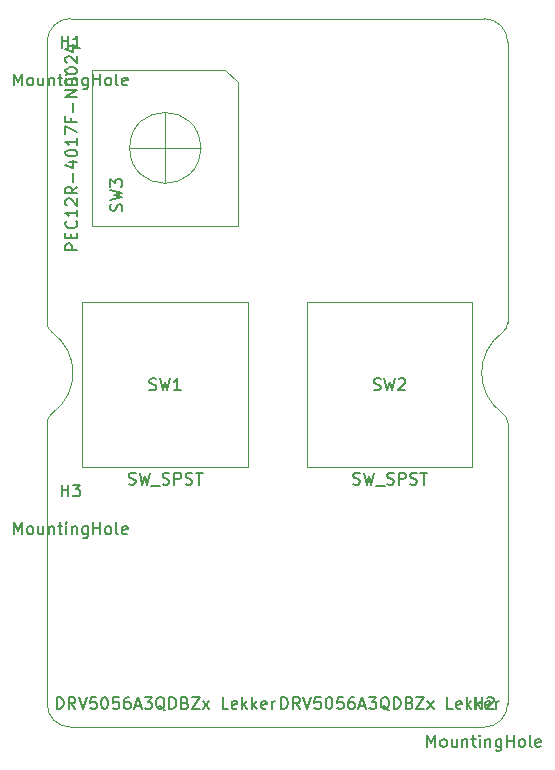
<source format=gbr>
%TF.GenerationSoftware,KiCad,Pcbnew,7.0.1*%
%TF.CreationDate,2023-03-19T03:20:37-04:00*%
%TF.ProjectId,Fluxpad,466c7578-7061-4642-9e6b-696361645f70,rev?*%
%TF.SameCoordinates,Original*%
%TF.FileFunction,AssemblyDrawing,Top*%
%FSLAX46Y46*%
G04 Gerber Fmt 4.6, Leading zero omitted, Abs format (unit mm)*
G04 Created by KiCad (PCBNEW 7.0.1) date 2023-03-19 03:20:37*
%MOMM*%
%LPD*%
G01*
G04 APERTURE LIST*
%ADD10C,0.150000*%
%ADD11C,0.100000*%
%ADD12C,0.120000*%
%TA.AperFunction,Profile*%
%ADD13C,0.100000*%
%TD*%
G04 APERTURE END LIST*
D10*
%TO.C,H3*%
X97714285Y-108662619D02*
X97714285Y-107662619D01*
X97714285Y-107662619D02*
X98047618Y-108376904D01*
X98047618Y-108376904D02*
X98380951Y-107662619D01*
X98380951Y-107662619D02*
X98380951Y-108662619D01*
X98999999Y-108662619D02*
X98904761Y-108615000D01*
X98904761Y-108615000D02*
X98857142Y-108567380D01*
X98857142Y-108567380D02*
X98809523Y-108472142D01*
X98809523Y-108472142D02*
X98809523Y-108186428D01*
X98809523Y-108186428D02*
X98857142Y-108091190D01*
X98857142Y-108091190D02*
X98904761Y-108043571D01*
X98904761Y-108043571D02*
X98999999Y-107995952D01*
X98999999Y-107995952D02*
X99142856Y-107995952D01*
X99142856Y-107995952D02*
X99238094Y-108043571D01*
X99238094Y-108043571D02*
X99285713Y-108091190D01*
X99285713Y-108091190D02*
X99333332Y-108186428D01*
X99333332Y-108186428D02*
X99333332Y-108472142D01*
X99333332Y-108472142D02*
X99285713Y-108567380D01*
X99285713Y-108567380D02*
X99238094Y-108615000D01*
X99238094Y-108615000D02*
X99142856Y-108662619D01*
X99142856Y-108662619D02*
X98999999Y-108662619D01*
X100190475Y-107995952D02*
X100190475Y-108662619D01*
X99761904Y-107995952D02*
X99761904Y-108519761D01*
X99761904Y-108519761D02*
X99809523Y-108615000D01*
X99809523Y-108615000D02*
X99904761Y-108662619D01*
X99904761Y-108662619D02*
X100047618Y-108662619D01*
X100047618Y-108662619D02*
X100142856Y-108615000D01*
X100142856Y-108615000D02*
X100190475Y-108567380D01*
X100666666Y-107995952D02*
X100666666Y-108662619D01*
X100666666Y-108091190D02*
X100714285Y-108043571D01*
X100714285Y-108043571D02*
X100809523Y-107995952D01*
X100809523Y-107995952D02*
X100952380Y-107995952D01*
X100952380Y-107995952D02*
X101047618Y-108043571D01*
X101047618Y-108043571D02*
X101095237Y-108138809D01*
X101095237Y-108138809D02*
X101095237Y-108662619D01*
X101428571Y-107995952D02*
X101809523Y-107995952D01*
X101571428Y-107662619D02*
X101571428Y-108519761D01*
X101571428Y-108519761D02*
X101619047Y-108615000D01*
X101619047Y-108615000D02*
X101714285Y-108662619D01*
X101714285Y-108662619D02*
X101809523Y-108662619D01*
X102142857Y-108662619D02*
X102142857Y-107995952D01*
X102142857Y-107662619D02*
X102095238Y-107710238D01*
X102095238Y-107710238D02*
X102142857Y-107757857D01*
X102142857Y-107757857D02*
X102190476Y-107710238D01*
X102190476Y-107710238D02*
X102142857Y-107662619D01*
X102142857Y-107662619D02*
X102142857Y-107757857D01*
X102619047Y-107995952D02*
X102619047Y-108662619D01*
X102619047Y-108091190D02*
X102666666Y-108043571D01*
X102666666Y-108043571D02*
X102761904Y-107995952D01*
X102761904Y-107995952D02*
X102904761Y-107995952D01*
X102904761Y-107995952D02*
X102999999Y-108043571D01*
X102999999Y-108043571D02*
X103047618Y-108138809D01*
X103047618Y-108138809D02*
X103047618Y-108662619D01*
X103952380Y-107995952D02*
X103952380Y-108805476D01*
X103952380Y-108805476D02*
X103904761Y-108900714D01*
X103904761Y-108900714D02*
X103857142Y-108948333D01*
X103857142Y-108948333D02*
X103761904Y-108995952D01*
X103761904Y-108995952D02*
X103619047Y-108995952D01*
X103619047Y-108995952D02*
X103523809Y-108948333D01*
X103952380Y-108615000D02*
X103857142Y-108662619D01*
X103857142Y-108662619D02*
X103666666Y-108662619D01*
X103666666Y-108662619D02*
X103571428Y-108615000D01*
X103571428Y-108615000D02*
X103523809Y-108567380D01*
X103523809Y-108567380D02*
X103476190Y-108472142D01*
X103476190Y-108472142D02*
X103476190Y-108186428D01*
X103476190Y-108186428D02*
X103523809Y-108091190D01*
X103523809Y-108091190D02*
X103571428Y-108043571D01*
X103571428Y-108043571D02*
X103666666Y-107995952D01*
X103666666Y-107995952D02*
X103857142Y-107995952D01*
X103857142Y-107995952D02*
X103952380Y-108043571D01*
X104428571Y-108662619D02*
X104428571Y-107662619D01*
X104428571Y-108138809D02*
X104999999Y-108138809D01*
X104999999Y-108662619D02*
X104999999Y-107662619D01*
X105619047Y-108662619D02*
X105523809Y-108615000D01*
X105523809Y-108615000D02*
X105476190Y-108567380D01*
X105476190Y-108567380D02*
X105428571Y-108472142D01*
X105428571Y-108472142D02*
X105428571Y-108186428D01*
X105428571Y-108186428D02*
X105476190Y-108091190D01*
X105476190Y-108091190D02*
X105523809Y-108043571D01*
X105523809Y-108043571D02*
X105619047Y-107995952D01*
X105619047Y-107995952D02*
X105761904Y-107995952D01*
X105761904Y-107995952D02*
X105857142Y-108043571D01*
X105857142Y-108043571D02*
X105904761Y-108091190D01*
X105904761Y-108091190D02*
X105952380Y-108186428D01*
X105952380Y-108186428D02*
X105952380Y-108472142D01*
X105952380Y-108472142D02*
X105904761Y-108567380D01*
X105904761Y-108567380D02*
X105857142Y-108615000D01*
X105857142Y-108615000D02*
X105761904Y-108662619D01*
X105761904Y-108662619D02*
X105619047Y-108662619D01*
X106523809Y-108662619D02*
X106428571Y-108615000D01*
X106428571Y-108615000D02*
X106380952Y-108519761D01*
X106380952Y-108519761D02*
X106380952Y-107662619D01*
X107285714Y-108615000D02*
X107190476Y-108662619D01*
X107190476Y-108662619D02*
X107000000Y-108662619D01*
X107000000Y-108662619D02*
X106904762Y-108615000D01*
X106904762Y-108615000D02*
X106857143Y-108519761D01*
X106857143Y-108519761D02*
X106857143Y-108138809D01*
X106857143Y-108138809D02*
X106904762Y-108043571D01*
X106904762Y-108043571D02*
X107000000Y-107995952D01*
X107000000Y-107995952D02*
X107190476Y-107995952D01*
X107190476Y-107995952D02*
X107285714Y-108043571D01*
X107285714Y-108043571D02*
X107333333Y-108138809D01*
X107333333Y-108138809D02*
X107333333Y-108234047D01*
X107333333Y-108234047D02*
X106857143Y-108329285D01*
X101738095Y-105462619D02*
X101738095Y-104462619D01*
X101738095Y-104938809D02*
X102309523Y-104938809D01*
X102309523Y-105462619D02*
X102309523Y-104462619D01*
X102690476Y-104462619D02*
X103309523Y-104462619D01*
X103309523Y-104462619D02*
X102976190Y-104843571D01*
X102976190Y-104843571D02*
X103119047Y-104843571D01*
X103119047Y-104843571D02*
X103214285Y-104891190D01*
X103214285Y-104891190D02*
X103261904Y-104938809D01*
X103261904Y-104938809D02*
X103309523Y-105034047D01*
X103309523Y-105034047D02*
X103309523Y-105272142D01*
X103309523Y-105272142D02*
X103261904Y-105367380D01*
X103261904Y-105367380D02*
X103214285Y-105415000D01*
X103214285Y-105415000D02*
X103119047Y-105462619D01*
X103119047Y-105462619D02*
X102833333Y-105462619D01*
X102833333Y-105462619D02*
X102738095Y-105415000D01*
X102738095Y-105415000D02*
X102690476Y-105367380D01*
%TO.C,H2*%
X132714285Y-126662619D02*
X132714285Y-125662619D01*
X132714285Y-125662619D02*
X133047618Y-126376904D01*
X133047618Y-126376904D02*
X133380951Y-125662619D01*
X133380951Y-125662619D02*
X133380951Y-126662619D01*
X133999999Y-126662619D02*
X133904761Y-126615000D01*
X133904761Y-126615000D02*
X133857142Y-126567380D01*
X133857142Y-126567380D02*
X133809523Y-126472142D01*
X133809523Y-126472142D02*
X133809523Y-126186428D01*
X133809523Y-126186428D02*
X133857142Y-126091190D01*
X133857142Y-126091190D02*
X133904761Y-126043571D01*
X133904761Y-126043571D02*
X133999999Y-125995952D01*
X133999999Y-125995952D02*
X134142856Y-125995952D01*
X134142856Y-125995952D02*
X134238094Y-126043571D01*
X134238094Y-126043571D02*
X134285713Y-126091190D01*
X134285713Y-126091190D02*
X134333332Y-126186428D01*
X134333332Y-126186428D02*
X134333332Y-126472142D01*
X134333332Y-126472142D02*
X134285713Y-126567380D01*
X134285713Y-126567380D02*
X134238094Y-126615000D01*
X134238094Y-126615000D02*
X134142856Y-126662619D01*
X134142856Y-126662619D02*
X133999999Y-126662619D01*
X135190475Y-125995952D02*
X135190475Y-126662619D01*
X134761904Y-125995952D02*
X134761904Y-126519761D01*
X134761904Y-126519761D02*
X134809523Y-126615000D01*
X134809523Y-126615000D02*
X134904761Y-126662619D01*
X134904761Y-126662619D02*
X135047618Y-126662619D01*
X135047618Y-126662619D02*
X135142856Y-126615000D01*
X135142856Y-126615000D02*
X135190475Y-126567380D01*
X135666666Y-125995952D02*
X135666666Y-126662619D01*
X135666666Y-126091190D02*
X135714285Y-126043571D01*
X135714285Y-126043571D02*
X135809523Y-125995952D01*
X135809523Y-125995952D02*
X135952380Y-125995952D01*
X135952380Y-125995952D02*
X136047618Y-126043571D01*
X136047618Y-126043571D02*
X136095237Y-126138809D01*
X136095237Y-126138809D02*
X136095237Y-126662619D01*
X136428571Y-125995952D02*
X136809523Y-125995952D01*
X136571428Y-125662619D02*
X136571428Y-126519761D01*
X136571428Y-126519761D02*
X136619047Y-126615000D01*
X136619047Y-126615000D02*
X136714285Y-126662619D01*
X136714285Y-126662619D02*
X136809523Y-126662619D01*
X137142857Y-126662619D02*
X137142857Y-125995952D01*
X137142857Y-125662619D02*
X137095238Y-125710238D01*
X137095238Y-125710238D02*
X137142857Y-125757857D01*
X137142857Y-125757857D02*
X137190476Y-125710238D01*
X137190476Y-125710238D02*
X137142857Y-125662619D01*
X137142857Y-125662619D02*
X137142857Y-125757857D01*
X137619047Y-125995952D02*
X137619047Y-126662619D01*
X137619047Y-126091190D02*
X137666666Y-126043571D01*
X137666666Y-126043571D02*
X137761904Y-125995952D01*
X137761904Y-125995952D02*
X137904761Y-125995952D01*
X137904761Y-125995952D02*
X137999999Y-126043571D01*
X137999999Y-126043571D02*
X138047618Y-126138809D01*
X138047618Y-126138809D02*
X138047618Y-126662619D01*
X138952380Y-125995952D02*
X138952380Y-126805476D01*
X138952380Y-126805476D02*
X138904761Y-126900714D01*
X138904761Y-126900714D02*
X138857142Y-126948333D01*
X138857142Y-126948333D02*
X138761904Y-126995952D01*
X138761904Y-126995952D02*
X138619047Y-126995952D01*
X138619047Y-126995952D02*
X138523809Y-126948333D01*
X138952380Y-126615000D02*
X138857142Y-126662619D01*
X138857142Y-126662619D02*
X138666666Y-126662619D01*
X138666666Y-126662619D02*
X138571428Y-126615000D01*
X138571428Y-126615000D02*
X138523809Y-126567380D01*
X138523809Y-126567380D02*
X138476190Y-126472142D01*
X138476190Y-126472142D02*
X138476190Y-126186428D01*
X138476190Y-126186428D02*
X138523809Y-126091190D01*
X138523809Y-126091190D02*
X138571428Y-126043571D01*
X138571428Y-126043571D02*
X138666666Y-125995952D01*
X138666666Y-125995952D02*
X138857142Y-125995952D01*
X138857142Y-125995952D02*
X138952380Y-126043571D01*
X139428571Y-126662619D02*
X139428571Y-125662619D01*
X139428571Y-126138809D02*
X139999999Y-126138809D01*
X139999999Y-126662619D02*
X139999999Y-125662619D01*
X140619047Y-126662619D02*
X140523809Y-126615000D01*
X140523809Y-126615000D02*
X140476190Y-126567380D01*
X140476190Y-126567380D02*
X140428571Y-126472142D01*
X140428571Y-126472142D02*
X140428571Y-126186428D01*
X140428571Y-126186428D02*
X140476190Y-126091190D01*
X140476190Y-126091190D02*
X140523809Y-126043571D01*
X140523809Y-126043571D02*
X140619047Y-125995952D01*
X140619047Y-125995952D02*
X140761904Y-125995952D01*
X140761904Y-125995952D02*
X140857142Y-126043571D01*
X140857142Y-126043571D02*
X140904761Y-126091190D01*
X140904761Y-126091190D02*
X140952380Y-126186428D01*
X140952380Y-126186428D02*
X140952380Y-126472142D01*
X140952380Y-126472142D02*
X140904761Y-126567380D01*
X140904761Y-126567380D02*
X140857142Y-126615000D01*
X140857142Y-126615000D02*
X140761904Y-126662619D01*
X140761904Y-126662619D02*
X140619047Y-126662619D01*
X141523809Y-126662619D02*
X141428571Y-126615000D01*
X141428571Y-126615000D02*
X141380952Y-126519761D01*
X141380952Y-126519761D02*
X141380952Y-125662619D01*
X142285714Y-126615000D02*
X142190476Y-126662619D01*
X142190476Y-126662619D02*
X142000000Y-126662619D01*
X142000000Y-126662619D02*
X141904762Y-126615000D01*
X141904762Y-126615000D02*
X141857143Y-126519761D01*
X141857143Y-126519761D02*
X141857143Y-126138809D01*
X141857143Y-126138809D02*
X141904762Y-126043571D01*
X141904762Y-126043571D02*
X142000000Y-125995952D01*
X142000000Y-125995952D02*
X142190476Y-125995952D01*
X142190476Y-125995952D02*
X142285714Y-126043571D01*
X142285714Y-126043571D02*
X142333333Y-126138809D01*
X142333333Y-126138809D02*
X142333333Y-126234047D01*
X142333333Y-126234047D02*
X141857143Y-126329285D01*
X136738095Y-123462619D02*
X136738095Y-122462619D01*
X136738095Y-122938809D02*
X137309523Y-122938809D01*
X137309523Y-123462619D02*
X137309523Y-122462619D01*
X137738095Y-122557857D02*
X137785714Y-122510238D01*
X137785714Y-122510238D02*
X137880952Y-122462619D01*
X137880952Y-122462619D02*
X138119047Y-122462619D01*
X138119047Y-122462619D02*
X138214285Y-122510238D01*
X138214285Y-122510238D02*
X138261904Y-122557857D01*
X138261904Y-122557857D02*
X138309523Y-122653095D01*
X138309523Y-122653095D02*
X138309523Y-122748333D01*
X138309523Y-122748333D02*
X138261904Y-122891190D01*
X138261904Y-122891190D02*
X137690476Y-123462619D01*
X137690476Y-123462619D02*
X138309523Y-123462619D01*
%TO.C,H1*%
X97714285Y-70662619D02*
X97714285Y-69662619D01*
X97714285Y-69662619D02*
X98047618Y-70376904D01*
X98047618Y-70376904D02*
X98380951Y-69662619D01*
X98380951Y-69662619D02*
X98380951Y-70662619D01*
X98999999Y-70662619D02*
X98904761Y-70615000D01*
X98904761Y-70615000D02*
X98857142Y-70567380D01*
X98857142Y-70567380D02*
X98809523Y-70472142D01*
X98809523Y-70472142D02*
X98809523Y-70186428D01*
X98809523Y-70186428D02*
X98857142Y-70091190D01*
X98857142Y-70091190D02*
X98904761Y-70043571D01*
X98904761Y-70043571D02*
X98999999Y-69995952D01*
X98999999Y-69995952D02*
X99142856Y-69995952D01*
X99142856Y-69995952D02*
X99238094Y-70043571D01*
X99238094Y-70043571D02*
X99285713Y-70091190D01*
X99285713Y-70091190D02*
X99333332Y-70186428D01*
X99333332Y-70186428D02*
X99333332Y-70472142D01*
X99333332Y-70472142D02*
X99285713Y-70567380D01*
X99285713Y-70567380D02*
X99238094Y-70615000D01*
X99238094Y-70615000D02*
X99142856Y-70662619D01*
X99142856Y-70662619D02*
X98999999Y-70662619D01*
X100190475Y-69995952D02*
X100190475Y-70662619D01*
X99761904Y-69995952D02*
X99761904Y-70519761D01*
X99761904Y-70519761D02*
X99809523Y-70615000D01*
X99809523Y-70615000D02*
X99904761Y-70662619D01*
X99904761Y-70662619D02*
X100047618Y-70662619D01*
X100047618Y-70662619D02*
X100142856Y-70615000D01*
X100142856Y-70615000D02*
X100190475Y-70567380D01*
X100666666Y-69995952D02*
X100666666Y-70662619D01*
X100666666Y-70091190D02*
X100714285Y-70043571D01*
X100714285Y-70043571D02*
X100809523Y-69995952D01*
X100809523Y-69995952D02*
X100952380Y-69995952D01*
X100952380Y-69995952D02*
X101047618Y-70043571D01*
X101047618Y-70043571D02*
X101095237Y-70138809D01*
X101095237Y-70138809D02*
X101095237Y-70662619D01*
X101428571Y-69995952D02*
X101809523Y-69995952D01*
X101571428Y-69662619D02*
X101571428Y-70519761D01*
X101571428Y-70519761D02*
X101619047Y-70615000D01*
X101619047Y-70615000D02*
X101714285Y-70662619D01*
X101714285Y-70662619D02*
X101809523Y-70662619D01*
X102142857Y-70662619D02*
X102142857Y-69995952D01*
X102142857Y-69662619D02*
X102095238Y-69710238D01*
X102095238Y-69710238D02*
X102142857Y-69757857D01*
X102142857Y-69757857D02*
X102190476Y-69710238D01*
X102190476Y-69710238D02*
X102142857Y-69662619D01*
X102142857Y-69662619D02*
X102142857Y-69757857D01*
X102619047Y-69995952D02*
X102619047Y-70662619D01*
X102619047Y-70091190D02*
X102666666Y-70043571D01*
X102666666Y-70043571D02*
X102761904Y-69995952D01*
X102761904Y-69995952D02*
X102904761Y-69995952D01*
X102904761Y-69995952D02*
X102999999Y-70043571D01*
X102999999Y-70043571D02*
X103047618Y-70138809D01*
X103047618Y-70138809D02*
X103047618Y-70662619D01*
X103952380Y-69995952D02*
X103952380Y-70805476D01*
X103952380Y-70805476D02*
X103904761Y-70900714D01*
X103904761Y-70900714D02*
X103857142Y-70948333D01*
X103857142Y-70948333D02*
X103761904Y-70995952D01*
X103761904Y-70995952D02*
X103619047Y-70995952D01*
X103619047Y-70995952D02*
X103523809Y-70948333D01*
X103952380Y-70615000D02*
X103857142Y-70662619D01*
X103857142Y-70662619D02*
X103666666Y-70662619D01*
X103666666Y-70662619D02*
X103571428Y-70615000D01*
X103571428Y-70615000D02*
X103523809Y-70567380D01*
X103523809Y-70567380D02*
X103476190Y-70472142D01*
X103476190Y-70472142D02*
X103476190Y-70186428D01*
X103476190Y-70186428D02*
X103523809Y-70091190D01*
X103523809Y-70091190D02*
X103571428Y-70043571D01*
X103571428Y-70043571D02*
X103666666Y-69995952D01*
X103666666Y-69995952D02*
X103857142Y-69995952D01*
X103857142Y-69995952D02*
X103952380Y-70043571D01*
X104428571Y-70662619D02*
X104428571Y-69662619D01*
X104428571Y-70138809D02*
X104999999Y-70138809D01*
X104999999Y-70662619D02*
X104999999Y-69662619D01*
X105619047Y-70662619D02*
X105523809Y-70615000D01*
X105523809Y-70615000D02*
X105476190Y-70567380D01*
X105476190Y-70567380D02*
X105428571Y-70472142D01*
X105428571Y-70472142D02*
X105428571Y-70186428D01*
X105428571Y-70186428D02*
X105476190Y-70091190D01*
X105476190Y-70091190D02*
X105523809Y-70043571D01*
X105523809Y-70043571D02*
X105619047Y-69995952D01*
X105619047Y-69995952D02*
X105761904Y-69995952D01*
X105761904Y-69995952D02*
X105857142Y-70043571D01*
X105857142Y-70043571D02*
X105904761Y-70091190D01*
X105904761Y-70091190D02*
X105952380Y-70186428D01*
X105952380Y-70186428D02*
X105952380Y-70472142D01*
X105952380Y-70472142D02*
X105904761Y-70567380D01*
X105904761Y-70567380D02*
X105857142Y-70615000D01*
X105857142Y-70615000D02*
X105761904Y-70662619D01*
X105761904Y-70662619D02*
X105619047Y-70662619D01*
X106523809Y-70662619D02*
X106428571Y-70615000D01*
X106428571Y-70615000D02*
X106380952Y-70519761D01*
X106380952Y-70519761D02*
X106380952Y-69662619D01*
X107285714Y-70615000D02*
X107190476Y-70662619D01*
X107190476Y-70662619D02*
X107000000Y-70662619D01*
X107000000Y-70662619D02*
X106904762Y-70615000D01*
X106904762Y-70615000D02*
X106857143Y-70519761D01*
X106857143Y-70519761D02*
X106857143Y-70138809D01*
X106857143Y-70138809D02*
X106904762Y-70043571D01*
X106904762Y-70043571D02*
X107000000Y-69995952D01*
X107000000Y-69995952D02*
X107190476Y-69995952D01*
X107190476Y-69995952D02*
X107285714Y-70043571D01*
X107285714Y-70043571D02*
X107333333Y-70138809D01*
X107333333Y-70138809D02*
X107333333Y-70234047D01*
X107333333Y-70234047D02*
X106857143Y-70329285D01*
X101738095Y-67462619D02*
X101738095Y-66462619D01*
X101738095Y-66938809D02*
X102309523Y-66938809D01*
X102309523Y-67462619D02*
X102309523Y-66462619D01*
X103309523Y-67462619D02*
X102738095Y-67462619D01*
X103023809Y-67462619D02*
X103023809Y-66462619D01*
X103023809Y-66462619D02*
X102928571Y-66605476D01*
X102928571Y-66605476D02*
X102833333Y-66700714D01*
X102833333Y-66700714D02*
X102738095Y-66748333D01*
%TO.C,U2*%
X101333332Y-123462619D02*
X101333332Y-122462619D01*
X101333332Y-122462619D02*
X101571427Y-122462619D01*
X101571427Y-122462619D02*
X101714284Y-122510238D01*
X101714284Y-122510238D02*
X101809522Y-122605476D01*
X101809522Y-122605476D02*
X101857141Y-122700714D01*
X101857141Y-122700714D02*
X101904760Y-122891190D01*
X101904760Y-122891190D02*
X101904760Y-123034047D01*
X101904760Y-123034047D02*
X101857141Y-123224523D01*
X101857141Y-123224523D02*
X101809522Y-123319761D01*
X101809522Y-123319761D02*
X101714284Y-123415000D01*
X101714284Y-123415000D02*
X101571427Y-123462619D01*
X101571427Y-123462619D02*
X101333332Y-123462619D01*
X102904760Y-123462619D02*
X102571427Y-122986428D01*
X102333332Y-123462619D02*
X102333332Y-122462619D01*
X102333332Y-122462619D02*
X102714284Y-122462619D01*
X102714284Y-122462619D02*
X102809522Y-122510238D01*
X102809522Y-122510238D02*
X102857141Y-122557857D01*
X102857141Y-122557857D02*
X102904760Y-122653095D01*
X102904760Y-122653095D02*
X102904760Y-122795952D01*
X102904760Y-122795952D02*
X102857141Y-122891190D01*
X102857141Y-122891190D02*
X102809522Y-122938809D01*
X102809522Y-122938809D02*
X102714284Y-122986428D01*
X102714284Y-122986428D02*
X102333332Y-122986428D01*
X103190475Y-122462619D02*
X103523808Y-123462619D01*
X103523808Y-123462619D02*
X103857141Y-122462619D01*
X104666665Y-122462619D02*
X104190475Y-122462619D01*
X104190475Y-122462619D02*
X104142856Y-122938809D01*
X104142856Y-122938809D02*
X104190475Y-122891190D01*
X104190475Y-122891190D02*
X104285713Y-122843571D01*
X104285713Y-122843571D02*
X104523808Y-122843571D01*
X104523808Y-122843571D02*
X104619046Y-122891190D01*
X104619046Y-122891190D02*
X104666665Y-122938809D01*
X104666665Y-122938809D02*
X104714284Y-123034047D01*
X104714284Y-123034047D02*
X104714284Y-123272142D01*
X104714284Y-123272142D02*
X104666665Y-123367380D01*
X104666665Y-123367380D02*
X104619046Y-123415000D01*
X104619046Y-123415000D02*
X104523808Y-123462619D01*
X104523808Y-123462619D02*
X104285713Y-123462619D01*
X104285713Y-123462619D02*
X104190475Y-123415000D01*
X104190475Y-123415000D02*
X104142856Y-123367380D01*
X105333332Y-122462619D02*
X105428570Y-122462619D01*
X105428570Y-122462619D02*
X105523808Y-122510238D01*
X105523808Y-122510238D02*
X105571427Y-122557857D01*
X105571427Y-122557857D02*
X105619046Y-122653095D01*
X105619046Y-122653095D02*
X105666665Y-122843571D01*
X105666665Y-122843571D02*
X105666665Y-123081666D01*
X105666665Y-123081666D02*
X105619046Y-123272142D01*
X105619046Y-123272142D02*
X105571427Y-123367380D01*
X105571427Y-123367380D02*
X105523808Y-123415000D01*
X105523808Y-123415000D02*
X105428570Y-123462619D01*
X105428570Y-123462619D02*
X105333332Y-123462619D01*
X105333332Y-123462619D02*
X105238094Y-123415000D01*
X105238094Y-123415000D02*
X105190475Y-123367380D01*
X105190475Y-123367380D02*
X105142856Y-123272142D01*
X105142856Y-123272142D02*
X105095237Y-123081666D01*
X105095237Y-123081666D02*
X105095237Y-122843571D01*
X105095237Y-122843571D02*
X105142856Y-122653095D01*
X105142856Y-122653095D02*
X105190475Y-122557857D01*
X105190475Y-122557857D02*
X105238094Y-122510238D01*
X105238094Y-122510238D02*
X105333332Y-122462619D01*
X106571427Y-122462619D02*
X106095237Y-122462619D01*
X106095237Y-122462619D02*
X106047618Y-122938809D01*
X106047618Y-122938809D02*
X106095237Y-122891190D01*
X106095237Y-122891190D02*
X106190475Y-122843571D01*
X106190475Y-122843571D02*
X106428570Y-122843571D01*
X106428570Y-122843571D02*
X106523808Y-122891190D01*
X106523808Y-122891190D02*
X106571427Y-122938809D01*
X106571427Y-122938809D02*
X106619046Y-123034047D01*
X106619046Y-123034047D02*
X106619046Y-123272142D01*
X106619046Y-123272142D02*
X106571427Y-123367380D01*
X106571427Y-123367380D02*
X106523808Y-123415000D01*
X106523808Y-123415000D02*
X106428570Y-123462619D01*
X106428570Y-123462619D02*
X106190475Y-123462619D01*
X106190475Y-123462619D02*
X106095237Y-123415000D01*
X106095237Y-123415000D02*
X106047618Y-123367380D01*
X107476189Y-122462619D02*
X107285713Y-122462619D01*
X107285713Y-122462619D02*
X107190475Y-122510238D01*
X107190475Y-122510238D02*
X107142856Y-122557857D01*
X107142856Y-122557857D02*
X107047618Y-122700714D01*
X107047618Y-122700714D02*
X106999999Y-122891190D01*
X106999999Y-122891190D02*
X106999999Y-123272142D01*
X106999999Y-123272142D02*
X107047618Y-123367380D01*
X107047618Y-123367380D02*
X107095237Y-123415000D01*
X107095237Y-123415000D02*
X107190475Y-123462619D01*
X107190475Y-123462619D02*
X107380951Y-123462619D01*
X107380951Y-123462619D02*
X107476189Y-123415000D01*
X107476189Y-123415000D02*
X107523808Y-123367380D01*
X107523808Y-123367380D02*
X107571427Y-123272142D01*
X107571427Y-123272142D02*
X107571427Y-123034047D01*
X107571427Y-123034047D02*
X107523808Y-122938809D01*
X107523808Y-122938809D02*
X107476189Y-122891190D01*
X107476189Y-122891190D02*
X107380951Y-122843571D01*
X107380951Y-122843571D02*
X107190475Y-122843571D01*
X107190475Y-122843571D02*
X107095237Y-122891190D01*
X107095237Y-122891190D02*
X107047618Y-122938809D01*
X107047618Y-122938809D02*
X106999999Y-123034047D01*
X107952380Y-123176904D02*
X108428570Y-123176904D01*
X107857142Y-123462619D02*
X108190475Y-122462619D01*
X108190475Y-122462619D02*
X108523808Y-123462619D01*
X108761904Y-122462619D02*
X109380951Y-122462619D01*
X109380951Y-122462619D02*
X109047618Y-122843571D01*
X109047618Y-122843571D02*
X109190475Y-122843571D01*
X109190475Y-122843571D02*
X109285713Y-122891190D01*
X109285713Y-122891190D02*
X109333332Y-122938809D01*
X109333332Y-122938809D02*
X109380951Y-123034047D01*
X109380951Y-123034047D02*
X109380951Y-123272142D01*
X109380951Y-123272142D02*
X109333332Y-123367380D01*
X109333332Y-123367380D02*
X109285713Y-123415000D01*
X109285713Y-123415000D02*
X109190475Y-123462619D01*
X109190475Y-123462619D02*
X108904761Y-123462619D01*
X108904761Y-123462619D02*
X108809523Y-123415000D01*
X108809523Y-123415000D02*
X108761904Y-123367380D01*
X110476189Y-123557857D02*
X110380951Y-123510238D01*
X110380951Y-123510238D02*
X110285713Y-123415000D01*
X110285713Y-123415000D02*
X110142856Y-123272142D01*
X110142856Y-123272142D02*
X110047618Y-123224523D01*
X110047618Y-123224523D02*
X109952380Y-123224523D01*
X109999999Y-123462619D02*
X109904761Y-123415000D01*
X109904761Y-123415000D02*
X109809523Y-123319761D01*
X109809523Y-123319761D02*
X109761904Y-123129285D01*
X109761904Y-123129285D02*
X109761904Y-122795952D01*
X109761904Y-122795952D02*
X109809523Y-122605476D01*
X109809523Y-122605476D02*
X109904761Y-122510238D01*
X109904761Y-122510238D02*
X109999999Y-122462619D01*
X109999999Y-122462619D02*
X110190475Y-122462619D01*
X110190475Y-122462619D02*
X110285713Y-122510238D01*
X110285713Y-122510238D02*
X110380951Y-122605476D01*
X110380951Y-122605476D02*
X110428570Y-122795952D01*
X110428570Y-122795952D02*
X110428570Y-123129285D01*
X110428570Y-123129285D02*
X110380951Y-123319761D01*
X110380951Y-123319761D02*
X110285713Y-123415000D01*
X110285713Y-123415000D02*
X110190475Y-123462619D01*
X110190475Y-123462619D02*
X109999999Y-123462619D01*
X110857142Y-123462619D02*
X110857142Y-122462619D01*
X110857142Y-122462619D02*
X111095237Y-122462619D01*
X111095237Y-122462619D02*
X111238094Y-122510238D01*
X111238094Y-122510238D02*
X111333332Y-122605476D01*
X111333332Y-122605476D02*
X111380951Y-122700714D01*
X111380951Y-122700714D02*
X111428570Y-122891190D01*
X111428570Y-122891190D02*
X111428570Y-123034047D01*
X111428570Y-123034047D02*
X111380951Y-123224523D01*
X111380951Y-123224523D02*
X111333332Y-123319761D01*
X111333332Y-123319761D02*
X111238094Y-123415000D01*
X111238094Y-123415000D02*
X111095237Y-123462619D01*
X111095237Y-123462619D02*
X110857142Y-123462619D01*
X112190475Y-122938809D02*
X112333332Y-122986428D01*
X112333332Y-122986428D02*
X112380951Y-123034047D01*
X112380951Y-123034047D02*
X112428570Y-123129285D01*
X112428570Y-123129285D02*
X112428570Y-123272142D01*
X112428570Y-123272142D02*
X112380951Y-123367380D01*
X112380951Y-123367380D02*
X112333332Y-123415000D01*
X112333332Y-123415000D02*
X112238094Y-123462619D01*
X112238094Y-123462619D02*
X111857142Y-123462619D01*
X111857142Y-123462619D02*
X111857142Y-122462619D01*
X111857142Y-122462619D02*
X112190475Y-122462619D01*
X112190475Y-122462619D02*
X112285713Y-122510238D01*
X112285713Y-122510238D02*
X112333332Y-122557857D01*
X112333332Y-122557857D02*
X112380951Y-122653095D01*
X112380951Y-122653095D02*
X112380951Y-122748333D01*
X112380951Y-122748333D02*
X112333332Y-122843571D01*
X112333332Y-122843571D02*
X112285713Y-122891190D01*
X112285713Y-122891190D02*
X112190475Y-122938809D01*
X112190475Y-122938809D02*
X111857142Y-122938809D01*
X112761904Y-122462619D02*
X113428570Y-122462619D01*
X113428570Y-122462619D02*
X112761904Y-123462619D01*
X112761904Y-123462619D02*
X113428570Y-123462619D01*
X113714285Y-123462619D02*
X114238094Y-122795952D01*
X113714285Y-122795952D02*
X114238094Y-123462619D01*
X115857142Y-123462619D02*
X115380952Y-123462619D01*
X115380952Y-123462619D02*
X115380952Y-122462619D01*
X116571428Y-123415000D02*
X116476190Y-123462619D01*
X116476190Y-123462619D02*
X116285714Y-123462619D01*
X116285714Y-123462619D02*
X116190476Y-123415000D01*
X116190476Y-123415000D02*
X116142857Y-123319761D01*
X116142857Y-123319761D02*
X116142857Y-122938809D01*
X116142857Y-122938809D02*
X116190476Y-122843571D01*
X116190476Y-122843571D02*
X116285714Y-122795952D01*
X116285714Y-122795952D02*
X116476190Y-122795952D01*
X116476190Y-122795952D02*
X116571428Y-122843571D01*
X116571428Y-122843571D02*
X116619047Y-122938809D01*
X116619047Y-122938809D02*
X116619047Y-123034047D01*
X116619047Y-123034047D02*
X116142857Y-123129285D01*
X117047619Y-123462619D02*
X117047619Y-122462619D01*
X117142857Y-123081666D02*
X117428571Y-123462619D01*
X117428571Y-122795952D02*
X117047619Y-123176904D01*
X117857143Y-123462619D02*
X117857143Y-122462619D01*
X117952381Y-123081666D02*
X118238095Y-123462619D01*
X118238095Y-122795952D02*
X117857143Y-123176904D01*
X119047619Y-123415000D02*
X118952381Y-123462619D01*
X118952381Y-123462619D02*
X118761905Y-123462619D01*
X118761905Y-123462619D02*
X118666667Y-123415000D01*
X118666667Y-123415000D02*
X118619048Y-123319761D01*
X118619048Y-123319761D02*
X118619048Y-122938809D01*
X118619048Y-122938809D02*
X118666667Y-122843571D01*
X118666667Y-122843571D02*
X118761905Y-122795952D01*
X118761905Y-122795952D02*
X118952381Y-122795952D01*
X118952381Y-122795952D02*
X119047619Y-122843571D01*
X119047619Y-122843571D02*
X119095238Y-122938809D01*
X119095238Y-122938809D02*
X119095238Y-123034047D01*
X119095238Y-123034047D02*
X118619048Y-123129285D01*
X119523810Y-123462619D02*
X119523810Y-122795952D01*
X119523810Y-122986428D02*
X119571429Y-122891190D01*
X119571429Y-122891190D02*
X119619048Y-122843571D01*
X119619048Y-122843571D02*
X119714286Y-122795952D01*
X119714286Y-122795952D02*
X119809524Y-122795952D01*
%TO.C,U3*%
X120333332Y-123462619D02*
X120333332Y-122462619D01*
X120333332Y-122462619D02*
X120571427Y-122462619D01*
X120571427Y-122462619D02*
X120714284Y-122510238D01*
X120714284Y-122510238D02*
X120809522Y-122605476D01*
X120809522Y-122605476D02*
X120857141Y-122700714D01*
X120857141Y-122700714D02*
X120904760Y-122891190D01*
X120904760Y-122891190D02*
X120904760Y-123034047D01*
X120904760Y-123034047D02*
X120857141Y-123224523D01*
X120857141Y-123224523D02*
X120809522Y-123319761D01*
X120809522Y-123319761D02*
X120714284Y-123415000D01*
X120714284Y-123415000D02*
X120571427Y-123462619D01*
X120571427Y-123462619D02*
X120333332Y-123462619D01*
X121904760Y-123462619D02*
X121571427Y-122986428D01*
X121333332Y-123462619D02*
X121333332Y-122462619D01*
X121333332Y-122462619D02*
X121714284Y-122462619D01*
X121714284Y-122462619D02*
X121809522Y-122510238D01*
X121809522Y-122510238D02*
X121857141Y-122557857D01*
X121857141Y-122557857D02*
X121904760Y-122653095D01*
X121904760Y-122653095D02*
X121904760Y-122795952D01*
X121904760Y-122795952D02*
X121857141Y-122891190D01*
X121857141Y-122891190D02*
X121809522Y-122938809D01*
X121809522Y-122938809D02*
X121714284Y-122986428D01*
X121714284Y-122986428D02*
X121333332Y-122986428D01*
X122190475Y-122462619D02*
X122523808Y-123462619D01*
X122523808Y-123462619D02*
X122857141Y-122462619D01*
X123666665Y-122462619D02*
X123190475Y-122462619D01*
X123190475Y-122462619D02*
X123142856Y-122938809D01*
X123142856Y-122938809D02*
X123190475Y-122891190D01*
X123190475Y-122891190D02*
X123285713Y-122843571D01*
X123285713Y-122843571D02*
X123523808Y-122843571D01*
X123523808Y-122843571D02*
X123619046Y-122891190D01*
X123619046Y-122891190D02*
X123666665Y-122938809D01*
X123666665Y-122938809D02*
X123714284Y-123034047D01*
X123714284Y-123034047D02*
X123714284Y-123272142D01*
X123714284Y-123272142D02*
X123666665Y-123367380D01*
X123666665Y-123367380D02*
X123619046Y-123415000D01*
X123619046Y-123415000D02*
X123523808Y-123462619D01*
X123523808Y-123462619D02*
X123285713Y-123462619D01*
X123285713Y-123462619D02*
X123190475Y-123415000D01*
X123190475Y-123415000D02*
X123142856Y-123367380D01*
X124333332Y-122462619D02*
X124428570Y-122462619D01*
X124428570Y-122462619D02*
X124523808Y-122510238D01*
X124523808Y-122510238D02*
X124571427Y-122557857D01*
X124571427Y-122557857D02*
X124619046Y-122653095D01*
X124619046Y-122653095D02*
X124666665Y-122843571D01*
X124666665Y-122843571D02*
X124666665Y-123081666D01*
X124666665Y-123081666D02*
X124619046Y-123272142D01*
X124619046Y-123272142D02*
X124571427Y-123367380D01*
X124571427Y-123367380D02*
X124523808Y-123415000D01*
X124523808Y-123415000D02*
X124428570Y-123462619D01*
X124428570Y-123462619D02*
X124333332Y-123462619D01*
X124333332Y-123462619D02*
X124238094Y-123415000D01*
X124238094Y-123415000D02*
X124190475Y-123367380D01*
X124190475Y-123367380D02*
X124142856Y-123272142D01*
X124142856Y-123272142D02*
X124095237Y-123081666D01*
X124095237Y-123081666D02*
X124095237Y-122843571D01*
X124095237Y-122843571D02*
X124142856Y-122653095D01*
X124142856Y-122653095D02*
X124190475Y-122557857D01*
X124190475Y-122557857D02*
X124238094Y-122510238D01*
X124238094Y-122510238D02*
X124333332Y-122462619D01*
X125571427Y-122462619D02*
X125095237Y-122462619D01*
X125095237Y-122462619D02*
X125047618Y-122938809D01*
X125047618Y-122938809D02*
X125095237Y-122891190D01*
X125095237Y-122891190D02*
X125190475Y-122843571D01*
X125190475Y-122843571D02*
X125428570Y-122843571D01*
X125428570Y-122843571D02*
X125523808Y-122891190D01*
X125523808Y-122891190D02*
X125571427Y-122938809D01*
X125571427Y-122938809D02*
X125619046Y-123034047D01*
X125619046Y-123034047D02*
X125619046Y-123272142D01*
X125619046Y-123272142D02*
X125571427Y-123367380D01*
X125571427Y-123367380D02*
X125523808Y-123415000D01*
X125523808Y-123415000D02*
X125428570Y-123462619D01*
X125428570Y-123462619D02*
X125190475Y-123462619D01*
X125190475Y-123462619D02*
X125095237Y-123415000D01*
X125095237Y-123415000D02*
X125047618Y-123367380D01*
X126476189Y-122462619D02*
X126285713Y-122462619D01*
X126285713Y-122462619D02*
X126190475Y-122510238D01*
X126190475Y-122510238D02*
X126142856Y-122557857D01*
X126142856Y-122557857D02*
X126047618Y-122700714D01*
X126047618Y-122700714D02*
X125999999Y-122891190D01*
X125999999Y-122891190D02*
X125999999Y-123272142D01*
X125999999Y-123272142D02*
X126047618Y-123367380D01*
X126047618Y-123367380D02*
X126095237Y-123415000D01*
X126095237Y-123415000D02*
X126190475Y-123462619D01*
X126190475Y-123462619D02*
X126380951Y-123462619D01*
X126380951Y-123462619D02*
X126476189Y-123415000D01*
X126476189Y-123415000D02*
X126523808Y-123367380D01*
X126523808Y-123367380D02*
X126571427Y-123272142D01*
X126571427Y-123272142D02*
X126571427Y-123034047D01*
X126571427Y-123034047D02*
X126523808Y-122938809D01*
X126523808Y-122938809D02*
X126476189Y-122891190D01*
X126476189Y-122891190D02*
X126380951Y-122843571D01*
X126380951Y-122843571D02*
X126190475Y-122843571D01*
X126190475Y-122843571D02*
X126095237Y-122891190D01*
X126095237Y-122891190D02*
X126047618Y-122938809D01*
X126047618Y-122938809D02*
X125999999Y-123034047D01*
X126952380Y-123176904D02*
X127428570Y-123176904D01*
X126857142Y-123462619D02*
X127190475Y-122462619D01*
X127190475Y-122462619D02*
X127523808Y-123462619D01*
X127761904Y-122462619D02*
X128380951Y-122462619D01*
X128380951Y-122462619D02*
X128047618Y-122843571D01*
X128047618Y-122843571D02*
X128190475Y-122843571D01*
X128190475Y-122843571D02*
X128285713Y-122891190D01*
X128285713Y-122891190D02*
X128333332Y-122938809D01*
X128333332Y-122938809D02*
X128380951Y-123034047D01*
X128380951Y-123034047D02*
X128380951Y-123272142D01*
X128380951Y-123272142D02*
X128333332Y-123367380D01*
X128333332Y-123367380D02*
X128285713Y-123415000D01*
X128285713Y-123415000D02*
X128190475Y-123462619D01*
X128190475Y-123462619D02*
X127904761Y-123462619D01*
X127904761Y-123462619D02*
X127809523Y-123415000D01*
X127809523Y-123415000D02*
X127761904Y-123367380D01*
X129476189Y-123557857D02*
X129380951Y-123510238D01*
X129380951Y-123510238D02*
X129285713Y-123415000D01*
X129285713Y-123415000D02*
X129142856Y-123272142D01*
X129142856Y-123272142D02*
X129047618Y-123224523D01*
X129047618Y-123224523D02*
X128952380Y-123224523D01*
X128999999Y-123462619D02*
X128904761Y-123415000D01*
X128904761Y-123415000D02*
X128809523Y-123319761D01*
X128809523Y-123319761D02*
X128761904Y-123129285D01*
X128761904Y-123129285D02*
X128761904Y-122795952D01*
X128761904Y-122795952D02*
X128809523Y-122605476D01*
X128809523Y-122605476D02*
X128904761Y-122510238D01*
X128904761Y-122510238D02*
X128999999Y-122462619D01*
X128999999Y-122462619D02*
X129190475Y-122462619D01*
X129190475Y-122462619D02*
X129285713Y-122510238D01*
X129285713Y-122510238D02*
X129380951Y-122605476D01*
X129380951Y-122605476D02*
X129428570Y-122795952D01*
X129428570Y-122795952D02*
X129428570Y-123129285D01*
X129428570Y-123129285D02*
X129380951Y-123319761D01*
X129380951Y-123319761D02*
X129285713Y-123415000D01*
X129285713Y-123415000D02*
X129190475Y-123462619D01*
X129190475Y-123462619D02*
X128999999Y-123462619D01*
X129857142Y-123462619D02*
X129857142Y-122462619D01*
X129857142Y-122462619D02*
X130095237Y-122462619D01*
X130095237Y-122462619D02*
X130238094Y-122510238D01*
X130238094Y-122510238D02*
X130333332Y-122605476D01*
X130333332Y-122605476D02*
X130380951Y-122700714D01*
X130380951Y-122700714D02*
X130428570Y-122891190D01*
X130428570Y-122891190D02*
X130428570Y-123034047D01*
X130428570Y-123034047D02*
X130380951Y-123224523D01*
X130380951Y-123224523D02*
X130333332Y-123319761D01*
X130333332Y-123319761D02*
X130238094Y-123415000D01*
X130238094Y-123415000D02*
X130095237Y-123462619D01*
X130095237Y-123462619D02*
X129857142Y-123462619D01*
X131190475Y-122938809D02*
X131333332Y-122986428D01*
X131333332Y-122986428D02*
X131380951Y-123034047D01*
X131380951Y-123034047D02*
X131428570Y-123129285D01*
X131428570Y-123129285D02*
X131428570Y-123272142D01*
X131428570Y-123272142D02*
X131380951Y-123367380D01*
X131380951Y-123367380D02*
X131333332Y-123415000D01*
X131333332Y-123415000D02*
X131238094Y-123462619D01*
X131238094Y-123462619D02*
X130857142Y-123462619D01*
X130857142Y-123462619D02*
X130857142Y-122462619D01*
X130857142Y-122462619D02*
X131190475Y-122462619D01*
X131190475Y-122462619D02*
X131285713Y-122510238D01*
X131285713Y-122510238D02*
X131333332Y-122557857D01*
X131333332Y-122557857D02*
X131380951Y-122653095D01*
X131380951Y-122653095D02*
X131380951Y-122748333D01*
X131380951Y-122748333D02*
X131333332Y-122843571D01*
X131333332Y-122843571D02*
X131285713Y-122891190D01*
X131285713Y-122891190D02*
X131190475Y-122938809D01*
X131190475Y-122938809D02*
X130857142Y-122938809D01*
X131761904Y-122462619D02*
X132428570Y-122462619D01*
X132428570Y-122462619D02*
X131761904Y-123462619D01*
X131761904Y-123462619D02*
X132428570Y-123462619D01*
X132714285Y-123462619D02*
X133238094Y-122795952D01*
X132714285Y-122795952D02*
X133238094Y-123462619D01*
X134857142Y-123462619D02*
X134380952Y-123462619D01*
X134380952Y-123462619D02*
X134380952Y-122462619D01*
X135571428Y-123415000D02*
X135476190Y-123462619D01*
X135476190Y-123462619D02*
X135285714Y-123462619D01*
X135285714Y-123462619D02*
X135190476Y-123415000D01*
X135190476Y-123415000D02*
X135142857Y-123319761D01*
X135142857Y-123319761D02*
X135142857Y-122938809D01*
X135142857Y-122938809D02*
X135190476Y-122843571D01*
X135190476Y-122843571D02*
X135285714Y-122795952D01*
X135285714Y-122795952D02*
X135476190Y-122795952D01*
X135476190Y-122795952D02*
X135571428Y-122843571D01*
X135571428Y-122843571D02*
X135619047Y-122938809D01*
X135619047Y-122938809D02*
X135619047Y-123034047D01*
X135619047Y-123034047D02*
X135142857Y-123129285D01*
X136047619Y-123462619D02*
X136047619Y-122462619D01*
X136142857Y-123081666D02*
X136428571Y-123462619D01*
X136428571Y-122795952D02*
X136047619Y-123176904D01*
X136857143Y-123462619D02*
X136857143Y-122462619D01*
X136952381Y-123081666D02*
X137238095Y-123462619D01*
X137238095Y-122795952D02*
X136857143Y-123176904D01*
X138047619Y-123415000D02*
X137952381Y-123462619D01*
X137952381Y-123462619D02*
X137761905Y-123462619D01*
X137761905Y-123462619D02*
X137666667Y-123415000D01*
X137666667Y-123415000D02*
X137619048Y-123319761D01*
X137619048Y-123319761D02*
X137619048Y-122938809D01*
X137619048Y-122938809D02*
X137666667Y-122843571D01*
X137666667Y-122843571D02*
X137761905Y-122795952D01*
X137761905Y-122795952D02*
X137952381Y-122795952D01*
X137952381Y-122795952D02*
X138047619Y-122843571D01*
X138047619Y-122843571D02*
X138095238Y-122938809D01*
X138095238Y-122938809D02*
X138095238Y-123034047D01*
X138095238Y-123034047D02*
X137619048Y-123129285D01*
X138523810Y-123462619D02*
X138523810Y-122795952D01*
X138523810Y-122986428D02*
X138571429Y-122891190D01*
X138571429Y-122891190D02*
X138619048Y-122843571D01*
X138619048Y-122843571D02*
X138714286Y-122795952D01*
X138714286Y-122795952D02*
X138809524Y-122795952D01*
%TO.C,SW2*%
X126428571Y-104415000D02*
X126571428Y-104462619D01*
X126571428Y-104462619D02*
X126809523Y-104462619D01*
X126809523Y-104462619D02*
X126904761Y-104415000D01*
X126904761Y-104415000D02*
X126952380Y-104367380D01*
X126952380Y-104367380D02*
X126999999Y-104272142D01*
X126999999Y-104272142D02*
X126999999Y-104176904D01*
X126999999Y-104176904D02*
X126952380Y-104081666D01*
X126952380Y-104081666D02*
X126904761Y-104034047D01*
X126904761Y-104034047D02*
X126809523Y-103986428D01*
X126809523Y-103986428D02*
X126619047Y-103938809D01*
X126619047Y-103938809D02*
X126523809Y-103891190D01*
X126523809Y-103891190D02*
X126476190Y-103843571D01*
X126476190Y-103843571D02*
X126428571Y-103748333D01*
X126428571Y-103748333D02*
X126428571Y-103653095D01*
X126428571Y-103653095D02*
X126476190Y-103557857D01*
X126476190Y-103557857D02*
X126523809Y-103510238D01*
X126523809Y-103510238D02*
X126619047Y-103462619D01*
X126619047Y-103462619D02*
X126857142Y-103462619D01*
X126857142Y-103462619D02*
X126999999Y-103510238D01*
X127333333Y-103462619D02*
X127571428Y-104462619D01*
X127571428Y-104462619D02*
X127761904Y-103748333D01*
X127761904Y-103748333D02*
X127952380Y-104462619D01*
X127952380Y-104462619D02*
X128190476Y-103462619D01*
X128333333Y-104557857D02*
X129095237Y-104557857D01*
X129285714Y-104415000D02*
X129428571Y-104462619D01*
X129428571Y-104462619D02*
X129666666Y-104462619D01*
X129666666Y-104462619D02*
X129761904Y-104415000D01*
X129761904Y-104415000D02*
X129809523Y-104367380D01*
X129809523Y-104367380D02*
X129857142Y-104272142D01*
X129857142Y-104272142D02*
X129857142Y-104176904D01*
X129857142Y-104176904D02*
X129809523Y-104081666D01*
X129809523Y-104081666D02*
X129761904Y-104034047D01*
X129761904Y-104034047D02*
X129666666Y-103986428D01*
X129666666Y-103986428D02*
X129476190Y-103938809D01*
X129476190Y-103938809D02*
X129380952Y-103891190D01*
X129380952Y-103891190D02*
X129333333Y-103843571D01*
X129333333Y-103843571D02*
X129285714Y-103748333D01*
X129285714Y-103748333D02*
X129285714Y-103653095D01*
X129285714Y-103653095D02*
X129333333Y-103557857D01*
X129333333Y-103557857D02*
X129380952Y-103510238D01*
X129380952Y-103510238D02*
X129476190Y-103462619D01*
X129476190Y-103462619D02*
X129714285Y-103462619D01*
X129714285Y-103462619D02*
X129857142Y-103510238D01*
X130285714Y-104462619D02*
X130285714Y-103462619D01*
X130285714Y-103462619D02*
X130666666Y-103462619D01*
X130666666Y-103462619D02*
X130761904Y-103510238D01*
X130761904Y-103510238D02*
X130809523Y-103557857D01*
X130809523Y-103557857D02*
X130857142Y-103653095D01*
X130857142Y-103653095D02*
X130857142Y-103795952D01*
X130857142Y-103795952D02*
X130809523Y-103891190D01*
X130809523Y-103891190D02*
X130761904Y-103938809D01*
X130761904Y-103938809D02*
X130666666Y-103986428D01*
X130666666Y-103986428D02*
X130285714Y-103986428D01*
X131238095Y-104415000D02*
X131380952Y-104462619D01*
X131380952Y-104462619D02*
X131619047Y-104462619D01*
X131619047Y-104462619D02*
X131714285Y-104415000D01*
X131714285Y-104415000D02*
X131761904Y-104367380D01*
X131761904Y-104367380D02*
X131809523Y-104272142D01*
X131809523Y-104272142D02*
X131809523Y-104176904D01*
X131809523Y-104176904D02*
X131761904Y-104081666D01*
X131761904Y-104081666D02*
X131714285Y-104034047D01*
X131714285Y-104034047D02*
X131619047Y-103986428D01*
X131619047Y-103986428D02*
X131428571Y-103938809D01*
X131428571Y-103938809D02*
X131333333Y-103891190D01*
X131333333Y-103891190D02*
X131285714Y-103843571D01*
X131285714Y-103843571D02*
X131238095Y-103748333D01*
X131238095Y-103748333D02*
X131238095Y-103653095D01*
X131238095Y-103653095D02*
X131285714Y-103557857D01*
X131285714Y-103557857D02*
X131333333Y-103510238D01*
X131333333Y-103510238D02*
X131428571Y-103462619D01*
X131428571Y-103462619D02*
X131666666Y-103462619D01*
X131666666Y-103462619D02*
X131809523Y-103510238D01*
X132095238Y-103462619D02*
X132666666Y-103462619D01*
X132380952Y-104462619D02*
X132380952Y-103462619D01*
X128166667Y-96415000D02*
X128309524Y-96462619D01*
X128309524Y-96462619D02*
X128547619Y-96462619D01*
X128547619Y-96462619D02*
X128642857Y-96415000D01*
X128642857Y-96415000D02*
X128690476Y-96367380D01*
X128690476Y-96367380D02*
X128738095Y-96272142D01*
X128738095Y-96272142D02*
X128738095Y-96176904D01*
X128738095Y-96176904D02*
X128690476Y-96081666D01*
X128690476Y-96081666D02*
X128642857Y-96034047D01*
X128642857Y-96034047D02*
X128547619Y-95986428D01*
X128547619Y-95986428D02*
X128357143Y-95938809D01*
X128357143Y-95938809D02*
X128261905Y-95891190D01*
X128261905Y-95891190D02*
X128214286Y-95843571D01*
X128214286Y-95843571D02*
X128166667Y-95748333D01*
X128166667Y-95748333D02*
X128166667Y-95653095D01*
X128166667Y-95653095D02*
X128214286Y-95557857D01*
X128214286Y-95557857D02*
X128261905Y-95510238D01*
X128261905Y-95510238D02*
X128357143Y-95462619D01*
X128357143Y-95462619D02*
X128595238Y-95462619D01*
X128595238Y-95462619D02*
X128738095Y-95510238D01*
X129071429Y-95462619D02*
X129309524Y-96462619D01*
X129309524Y-96462619D02*
X129500000Y-95748333D01*
X129500000Y-95748333D02*
X129690476Y-96462619D01*
X129690476Y-96462619D02*
X129928572Y-95462619D01*
X130261905Y-95557857D02*
X130309524Y-95510238D01*
X130309524Y-95510238D02*
X130404762Y-95462619D01*
X130404762Y-95462619D02*
X130642857Y-95462619D01*
X130642857Y-95462619D02*
X130738095Y-95510238D01*
X130738095Y-95510238D02*
X130785714Y-95557857D01*
X130785714Y-95557857D02*
X130833333Y-95653095D01*
X130833333Y-95653095D02*
X130833333Y-95748333D01*
X130833333Y-95748333D02*
X130785714Y-95891190D01*
X130785714Y-95891190D02*
X130214286Y-96462619D01*
X130214286Y-96462619D02*
X130833333Y-96462619D01*
%TO.C,SW1*%
X107428571Y-104415000D02*
X107571428Y-104462619D01*
X107571428Y-104462619D02*
X107809523Y-104462619D01*
X107809523Y-104462619D02*
X107904761Y-104415000D01*
X107904761Y-104415000D02*
X107952380Y-104367380D01*
X107952380Y-104367380D02*
X107999999Y-104272142D01*
X107999999Y-104272142D02*
X107999999Y-104176904D01*
X107999999Y-104176904D02*
X107952380Y-104081666D01*
X107952380Y-104081666D02*
X107904761Y-104034047D01*
X107904761Y-104034047D02*
X107809523Y-103986428D01*
X107809523Y-103986428D02*
X107619047Y-103938809D01*
X107619047Y-103938809D02*
X107523809Y-103891190D01*
X107523809Y-103891190D02*
X107476190Y-103843571D01*
X107476190Y-103843571D02*
X107428571Y-103748333D01*
X107428571Y-103748333D02*
X107428571Y-103653095D01*
X107428571Y-103653095D02*
X107476190Y-103557857D01*
X107476190Y-103557857D02*
X107523809Y-103510238D01*
X107523809Y-103510238D02*
X107619047Y-103462619D01*
X107619047Y-103462619D02*
X107857142Y-103462619D01*
X107857142Y-103462619D02*
X107999999Y-103510238D01*
X108333333Y-103462619D02*
X108571428Y-104462619D01*
X108571428Y-104462619D02*
X108761904Y-103748333D01*
X108761904Y-103748333D02*
X108952380Y-104462619D01*
X108952380Y-104462619D02*
X109190476Y-103462619D01*
X109333333Y-104557857D02*
X110095237Y-104557857D01*
X110285714Y-104415000D02*
X110428571Y-104462619D01*
X110428571Y-104462619D02*
X110666666Y-104462619D01*
X110666666Y-104462619D02*
X110761904Y-104415000D01*
X110761904Y-104415000D02*
X110809523Y-104367380D01*
X110809523Y-104367380D02*
X110857142Y-104272142D01*
X110857142Y-104272142D02*
X110857142Y-104176904D01*
X110857142Y-104176904D02*
X110809523Y-104081666D01*
X110809523Y-104081666D02*
X110761904Y-104034047D01*
X110761904Y-104034047D02*
X110666666Y-103986428D01*
X110666666Y-103986428D02*
X110476190Y-103938809D01*
X110476190Y-103938809D02*
X110380952Y-103891190D01*
X110380952Y-103891190D02*
X110333333Y-103843571D01*
X110333333Y-103843571D02*
X110285714Y-103748333D01*
X110285714Y-103748333D02*
X110285714Y-103653095D01*
X110285714Y-103653095D02*
X110333333Y-103557857D01*
X110333333Y-103557857D02*
X110380952Y-103510238D01*
X110380952Y-103510238D02*
X110476190Y-103462619D01*
X110476190Y-103462619D02*
X110714285Y-103462619D01*
X110714285Y-103462619D02*
X110857142Y-103510238D01*
X111285714Y-104462619D02*
X111285714Y-103462619D01*
X111285714Y-103462619D02*
X111666666Y-103462619D01*
X111666666Y-103462619D02*
X111761904Y-103510238D01*
X111761904Y-103510238D02*
X111809523Y-103557857D01*
X111809523Y-103557857D02*
X111857142Y-103653095D01*
X111857142Y-103653095D02*
X111857142Y-103795952D01*
X111857142Y-103795952D02*
X111809523Y-103891190D01*
X111809523Y-103891190D02*
X111761904Y-103938809D01*
X111761904Y-103938809D02*
X111666666Y-103986428D01*
X111666666Y-103986428D02*
X111285714Y-103986428D01*
X112238095Y-104415000D02*
X112380952Y-104462619D01*
X112380952Y-104462619D02*
X112619047Y-104462619D01*
X112619047Y-104462619D02*
X112714285Y-104415000D01*
X112714285Y-104415000D02*
X112761904Y-104367380D01*
X112761904Y-104367380D02*
X112809523Y-104272142D01*
X112809523Y-104272142D02*
X112809523Y-104176904D01*
X112809523Y-104176904D02*
X112761904Y-104081666D01*
X112761904Y-104081666D02*
X112714285Y-104034047D01*
X112714285Y-104034047D02*
X112619047Y-103986428D01*
X112619047Y-103986428D02*
X112428571Y-103938809D01*
X112428571Y-103938809D02*
X112333333Y-103891190D01*
X112333333Y-103891190D02*
X112285714Y-103843571D01*
X112285714Y-103843571D02*
X112238095Y-103748333D01*
X112238095Y-103748333D02*
X112238095Y-103653095D01*
X112238095Y-103653095D02*
X112285714Y-103557857D01*
X112285714Y-103557857D02*
X112333333Y-103510238D01*
X112333333Y-103510238D02*
X112428571Y-103462619D01*
X112428571Y-103462619D02*
X112666666Y-103462619D01*
X112666666Y-103462619D02*
X112809523Y-103510238D01*
X113095238Y-103462619D02*
X113666666Y-103462619D01*
X113380952Y-104462619D02*
X113380952Y-103462619D01*
X109166667Y-96415000D02*
X109309524Y-96462619D01*
X109309524Y-96462619D02*
X109547619Y-96462619D01*
X109547619Y-96462619D02*
X109642857Y-96415000D01*
X109642857Y-96415000D02*
X109690476Y-96367380D01*
X109690476Y-96367380D02*
X109738095Y-96272142D01*
X109738095Y-96272142D02*
X109738095Y-96176904D01*
X109738095Y-96176904D02*
X109690476Y-96081666D01*
X109690476Y-96081666D02*
X109642857Y-96034047D01*
X109642857Y-96034047D02*
X109547619Y-95986428D01*
X109547619Y-95986428D02*
X109357143Y-95938809D01*
X109357143Y-95938809D02*
X109261905Y-95891190D01*
X109261905Y-95891190D02*
X109214286Y-95843571D01*
X109214286Y-95843571D02*
X109166667Y-95748333D01*
X109166667Y-95748333D02*
X109166667Y-95653095D01*
X109166667Y-95653095D02*
X109214286Y-95557857D01*
X109214286Y-95557857D02*
X109261905Y-95510238D01*
X109261905Y-95510238D02*
X109357143Y-95462619D01*
X109357143Y-95462619D02*
X109595238Y-95462619D01*
X109595238Y-95462619D02*
X109738095Y-95510238D01*
X110071429Y-95462619D02*
X110309524Y-96462619D01*
X110309524Y-96462619D02*
X110500000Y-95748333D01*
X110500000Y-95748333D02*
X110690476Y-96462619D01*
X110690476Y-96462619D02*
X110928572Y-95462619D01*
X111833333Y-96462619D02*
X111261905Y-96462619D01*
X111547619Y-96462619D02*
X111547619Y-95462619D01*
X111547619Y-95462619D02*
X111452381Y-95605476D01*
X111452381Y-95605476D02*
X111357143Y-95700714D01*
X111357143Y-95700714D02*
X111261905Y-95748333D01*
%TO.C,SW3*%
X103062619Y-84616666D02*
X102062619Y-84616666D01*
X102062619Y-84616666D02*
X102062619Y-84235714D01*
X102062619Y-84235714D02*
X102110238Y-84140476D01*
X102110238Y-84140476D02*
X102157857Y-84092857D01*
X102157857Y-84092857D02*
X102253095Y-84045238D01*
X102253095Y-84045238D02*
X102395952Y-84045238D01*
X102395952Y-84045238D02*
X102491190Y-84092857D01*
X102491190Y-84092857D02*
X102538809Y-84140476D01*
X102538809Y-84140476D02*
X102586428Y-84235714D01*
X102586428Y-84235714D02*
X102586428Y-84616666D01*
X102538809Y-83616666D02*
X102538809Y-83283333D01*
X103062619Y-83140476D02*
X103062619Y-83616666D01*
X103062619Y-83616666D02*
X102062619Y-83616666D01*
X102062619Y-83616666D02*
X102062619Y-83140476D01*
X102967380Y-82140476D02*
X103015000Y-82188095D01*
X103015000Y-82188095D02*
X103062619Y-82330952D01*
X103062619Y-82330952D02*
X103062619Y-82426190D01*
X103062619Y-82426190D02*
X103015000Y-82569047D01*
X103015000Y-82569047D02*
X102919761Y-82664285D01*
X102919761Y-82664285D02*
X102824523Y-82711904D01*
X102824523Y-82711904D02*
X102634047Y-82759523D01*
X102634047Y-82759523D02*
X102491190Y-82759523D01*
X102491190Y-82759523D02*
X102300714Y-82711904D01*
X102300714Y-82711904D02*
X102205476Y-82664285D01*
X102205476Y-82664285D02*
X102110238Y-82569047D01*
X102110238Y-82569047D02*
X102062619Y-82426190D01*
X102062619Y-82426190D02*
X102062619Y-82330952D01*
X102062619Y-82330952D02*
X102110238Y-82188095D01*
X102110238Y-82188095D02*
X102157857Y-82140476D01*
X103062619Y-81188095D02*
X103062619Y-81759523D01*
X103062619Y-81473809D02*
X102062619Y-81473809D01*
X102062619Y-81473809D02*
X102205476Y-81569047D01*
X102205476Y-81569047D02*
X102300714Y-81664285D01*
X102300714Y-81664285D02*
X102348333Y-81759523D01*
X102157857Y-80807142D02*
X102110238Y-80759523D01*
X102110238Y-80759523D02*
X102062619Y-80664285D01*
X102062619Y-80664285D02*
X102062619Y-80426190D01*
X102062619Y-80426190D02*
X102110238Y-80330952D01*
X102110238Y-80330952D02*
X102157857Y-80283333D01*
X102157857Y-80283333D02*
X102253095Y-80235714D01*
X102253095Y-80235714D02*
X102348333Y-80235714D01*
X102348333Y-80235714D02*
X102491190Y-80283333D01*
X102491190Y-80283333D02*
X103062619Y-80854761D01*
X103062619Y-80854761D02*
X103062619Y-80235714D01*
X103062619Y-79235714D02*
X102586428Y-79569047D01*
X103062619Y-79807142D02*
X102062619Y-79807142D01*
X102062619Y-79807142D02*
X102062619Y-79426190D01*
X102062619Y-79426190D02*
X102110238Y-79330952D01*
X102110238Y-79330952D02*
X102157857Y-79283333D01*
X102157857Y-79283333D02*
X102253095Y-79235714D01*
X102253095Y-79235714D02*
X102395952Y-79235714D01*
X102395952Y-79235714D02*
X102491190Y-79283333D01*
X102491190Y-79283333D02*
X102538809Y-79330952D01*
X102538809Y-79330952D02*
X102586428Y-79426190D01*
X102586428Y-79426190D02*
X102586428Y-79807142D01*
X102681666Y-78807142D02*
X102681666Y-78045238D01*
X102395952Y-77140476D02*
X103062619Y-77140476D01*
X102015000Y-77378571D02*
X102729285Y-77616666D01*
X102729285Y-77616666D02*
X102729285Y-76997619D01*
X102062619Y-76426190D02*
X102062619Y-76330952D01*
X102062619Y-76330952D02*
X102110238Y-76235714D01*
X102110238Y-76235714D02*
X102157857Y-76188095D01*
X102157857Y-76188095D02*
X102253095Y-76140476D01*
X102253095Y-76140476D02*
X102443571Y-76092857D01*
X102443571Y-76092857D02*
X102681666Y-76092857D01*
X102681666Y-76092857D02*
X102872142Y-76140476D01*
X102872142Y-76140476D02*
X102967380Y-76188095D01*
X102967380Y-76188095D02*
X103015000Y-76235714D01*
X103015000Y-76235714D02*
X103062619Y-76330952D01*
X103062619Y-76330952D02*
X103062619Y-76426190D01*
X103062619Y-76426190D02*
X103015000Y-76521428D01*
X103015000Y-76521428D02*
X102967380Y-76569047D01*
X102967380Y-76569047D02*
X102872142Y-76616666D01*
X102872142Y-76616666D02*
X102681666Y-76664285D01*
X102681666Y-76664285D02*
X102443571Y-76664285D01*
X102443571Y-76664285D02*
X102253095Y-76616666D01*
X102253095Y-76616666D02*
X102157857Y-76569047D01*
X102157857Y-76569047D02*
X102110238Y-76521428D01*
X102110238Y-76521428D02*
X102062619Y-76426190D01*
X103062619Y-75140476D02*
X103062619Y-75711904D01*
X103062619Y-75426190D02*
X102062619Y-75426190D01*
X102062619Y-75426190D02*
X102205476Y-75521428D01*
X102205476Y-75521428D02*
X102300714Y-75616666D01*
X102300714Y-75616666D02*
X102348333Y-75711904D01*
X102062619Y-74807142D02*
X102062619Y-74140476D01*
X102062619Y-74140476D02*
X103062619Y-74569047D01*
X102538809Y-73426190D02*
X102538809Y-73759523D01*
X103062619Y-73759523D02*
X102062619Y-73759523D01*
X102062619Y-73759523D02*
X102062619Y-73283333D01*
X102681666Y-72902380D02*
X102681666Y-72140476D01*
X103062619Y-71664285D02*
X102062619Y-71664285D01*
X102062619Y-71664285D02*
X103062619Y-71092857D01*
X103062619Y-71092857D02*
X102062619Y-71092857D01*
X102062619Y-70426190D02*
X102062619Y-70330952D01*
X102062619Y-70330952D02*
X102110238Y-70235714D01*
X102110238Y-70235714D02*
X102157857Y-70188095D01*
X102157857Y-70188095D02*
X102253095Y-70140476D01*
X102253095Y-70140476D02*
X102443571Y-70092857D01*
X102443571Y-70092857D02*
X102681666Y-70092857D01*
X102681666Y-70092857D02*
X102872142Y-70140476D01*
X102872142Y-70140476D02*
X102967380Y-70188095D01*
X102967380Y-70188095D02*
X103015000Y-70235714D01*
X103015000Y-70235714D02*
X103062619Y-70330952D01*
X103062619Y-70330952D02*
X103062619Y-70426190D01*
X103062619Y-70426190D02*
X103015000Y-70521428D01*
X103015000Y-70521428D02*
X102967380Y-70569047D01*
X102967380Y-70569047D02*
X102872142Y-70616666D01*
X102872142Y-70616666D02*
X102681666Y-70664285D01*
X102681666Y-70664285D02*
X102443571Y-70664285D01*
X102443571Y-70664285D02*
X102253095Y-70616666D01*
X102253095Y-70616666D02*
X102157857Y-70569047D01*
X102157857Y-70569047D02*
X102110238Y-70521428D01*
X102110238Y-70521428D02*
X102062619Y-70426190D01*
X102062619Y-69473809D02*
X102062619Y-69378571D01*
X102062619Y-69378571D02*
X102110238Y-69283333D01*
X102110238Y-69283333D02*
X102157857Y-69235714D01*
X102157857Y-69235714D02*
X102253095Y-69188095D01*
X102253095Y-69188095D02*
X102443571Y-69140476D01*
X102443571Y-69140476D02*
X102681666Y-69140476D01*
X102681666Y-69140476D02*
X102872142Y-69188095D01*
X102872142Y-69188095D02*
X102967380Y-69235714D01*
X102967380Y-69235714D02*
X103015000Y-69283333D01*
X103015000Y-69283333D02*
X103062619Y-69378571D01*
X103062619Y-69378571D02*
X103062619Y-69473809D01*
X103062619Y-69473809D02*
X103015000Y-69569047D01*
X103015000Y-69569047D02*
X102967380Y-69616666D01*
X102967380Y-69616666D02*
X102872142Y-69664285D01*
X102872142Y-69664285D02*
X102681666Y-69711904D01*
X102681666Y-69711904D02*
X102443571Y-69711904D01*
X102443571Y-69711904D02*
X102253095Y-69664285D01*
X102253095Y-69664285D02*
X102157857Y-69616666D01*
X102157857Y-69616666D02*
X102110238Y-69569047D01*
X102110238Y-69569047D02*
X102062619Y-69473809D01*
X102157857Y-68759523D02*
X102110238Y-68711904D01*
X102110238Y-68711904D02*
X102062619Y-68616666D01*
X102062619Y-68616666D02*
X102062619Y-68378571D01*
X102062619Y-68378571D02*
X102110238Y-68283333D01*
X102110238Y-68283333D02*
X102157857Y-68235714D01*
X102157857Y-68235714D02*
X102253095Y-68188095D01*
X102253095Y-68188095D02*
X102348333Y-68188095D01*
X102348333Y-68188095D02*
X102491190Y-68235714D01*
X102491190Y-68235714D02*
X103062619Y-68807142D01*
X103062619Y-68807142D02*
X103062619Y-68188095D01*
X102395952Y-67330952D02*
X103062619Y-67330952D01*
X102015000Y-67569047D02*
X102729285Y-67807142D01*
X102729285Y-67807142D02*
X102729285Y-67188095D01*
X106815000Y-81283332D02*
X106862619Y-81140475D01*
X106862619Y-81140475D02*
X106862619Y-80902380D01*
X106862619Y-80902380D02*
X106815000Y-80807142D01*
X106815000Y-80807142D02*
X106767380Y-80759523D01*
X106767380Y-80759523D02*
X106672142Y-80711904D01*
X106672142Y-80711904D02*
X106576904Y-80711904D01*
X106576904Y-80711904D02*
X106481666Y-80759523D01*
X106481666Y-80759523D02*
X106434047Y-80807142D01*
X106434047Y-80807142D02*
X106386428Y-80902380D01*
X106386428Y-80902380D02*
X106338809Y-81092856D01*
X106338809Y-81092856D02*
X106291190Y-81188094D01*
X106291190Y-81188094D02*
X106243571Y-81235713D01*
X106243571Y-81235713D02*
X106148333Y-81283332D01*
X106148333Y-81283332D02*
X106053095Y-81283332D01*
X106053095Y-81283332D02*
X105957857Y-81235713D01*
X105957857Y-81235713D02*
X105910238Y-81188094D01*
X105910238Y-81188094D02*
X105862619Y-81092856D01*
X105862619Y-81092856D02*
X105862619Y-80854761D01*
X105862619Y-80854761D02*
X105910238Y-80711904D01*
X105862619Y-80378570D02*
X106862619Y-80140475D01*
X106862619Y-80140475D02*
X106148333Y-79949999D01*
X106148333Y-79949999D02*
X106862619Y-79759523D01*
X106862619Y-79759523D02*
X105862619Y-79521428D01*
X105862619Y-79235713D02*
X105862619Y-78616666D01*
X105862619Y-78616666D02*
X106243571Y-78949999D01*
X106243571Y-78949999D02*
X106243571Y-78807142D01*
X106243571Y-78807142D02*
X106291190Y-78711904D01*
X106291190Y-78711904D02*
X106338809Y-78664285D01*
X106338809Y-78664285D02*
X106434047Y-78616666D01*
X106434047Y-78616666D02*
X106672142Y-78616666D01*
X106672142Y-78616666D02*
X106767380Y-78664285D01*
X106767380Y-78664285D02*
X106815000Y-78711904D01*
X106815000Y-78711904D02*
X106862619Y-78807142D01*
X106862619Y-78807142D02*
X106862619Y-79092856D01*
X106862619Y-79092856D02*
X106815000Y-79188094D01*
X106815000Y-79188094D02*
X106767380Y-79235713D01*
D11*
%TO.C,SW2*%
X136500000Y-103000000D02*
X136500000Y-89000000D01*
X136500000Y-89000000D02*
X122500000Y-89000000D01*
X122500000Y-103000000D02*
X136500000Y-103000000D01*
X122500000Y-89000000D02*
X122500000Y-103000000D01*
%TO.C,SW1*%
X103500000Y-89000000D02*
X103500000Y-103000000D01*
X103500000Y-103000000D02*
X117500000Y-103000000D01*
X117500000Y-89000000D02*
X103500000Y-89000000D01*
X117500000Y-103000000D02*
X117500000Y-89000000D01*
D12*
%TO.C,SW3*%
X113500000Y-75950000D02*
G75*
G03*
X113500000Y-75950000I-3000000J0D01*
G01*
X116700000Y-70350000D02*
X116700000Y-82550000D01*
X110500000Y-72950000D02*
X110500000Y-78950000D01*
X115600000Y-69350000D02*
X116700000Y-70350000D01*
X104300000Y-82550000D02*
X104300000Y-69350000D01*
X116700000Y-82550000D02*
X104300000Y-82550000D01*
X113500000Y-75950000D02*
X107500000Y-75950000D01*
X104300000Y-69350000D02*
X115600000Y-69350000D01*
%TD*%
D13*
X102500000Y-65000000D02*
G75*
G03*
X100500000Y-67000000I0J-2000000D01*
G01*
X139499998Y-99247352D02*
G75*
G03*
X139076923Y-98430554I-1000016J-8D01*
G01*
X100923077Y-98430554D02*
G75*
G03*
X100923077Y-91569446I-2423077J3430554D01*
G01*
X100923078Y-98430555D02*
G75*
G03*
X100500000Y-99247352I576940J-816808D01*
G01*
X139076923Y-91569446D02*
G75*
G03*
X139076923Y-98430554I2423077J-3430554D01*
G01*
X100500000Y-67000000D02*
X100500000Y-90752648D01*
X102500000Y-125000000D02*
X137500000Y-125000000D01*
X139500000Y-67000000D02*
G75*
G03*
X137500000Y-65000000I-2000000J0D01*
G01*
X100500002Y-90752648D02*
G75*
G03*
X100923078Y-91569445I1000017J9D01*
G01*
X139500000Y-90752648D02*
X139500000Y-67000000D01*
X137500000Y-65000000D02*
X102500000Y-65000000D01*
X137500000Y-125000000D02*
G75*
G03*
X139500000Y-123000000I0J2000000D01*
G01*
X100500000Y-99247352D02*
X100500000Y-123000000D01*
X100500000Y-123000000D02*
G75*
G03*
X102500000Y-125000000I2000000J0D01*
G01*
X139500000Y-123000000D02*
X139500000Y-99247352D01*
X139076922Y-91569445D02*
G75*
G03*
X139500000Y-90752648I-577098J816890D01*
G01*
M02*

</source>
